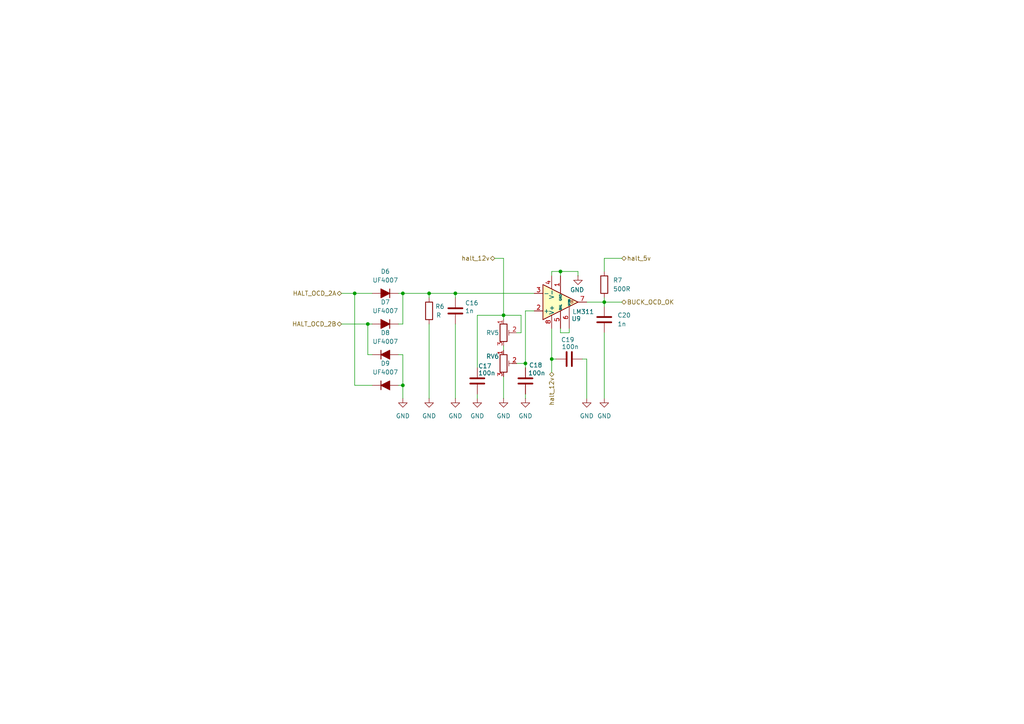
<source format=kicad_sch>
(kicad_sch (version 20250114) (generator "eeschema") (generator_version "9.0")
  (paper "A4")
  (title_block (rev "1.0") (company "Author: 9551 (devvie.cc)"))
  (lib_symbols
    (symbol "Comparator:LM311" (pin_names (offset 0.127))
      (property "Reference" "U" (at 3.81 6.35 0))
      (property "Value" "LM311" (at 3.81 3.81 0))
      (symbol "LM311_0_1"
        (polyline (pts (xy 3.683 -0.381) (xy 3.302 -0.381) (xy 3.683 0) (xy 3.302 0.381) (xy 2.921 0) (xy 3.302 -0.381) (xy 2.921 -0.381)) (stroke (width 0.127)))
        (polyline (pts (xy 5.08 0) (xy -5.08 5.08) (xy -5.08 -5.08) (xy 5.08 0)) (stroke (width 0.254)) (fill (type background)))
      )
      (symbol "LM311_1_1"
        (pin input line (at -7.62 2.54 0) (length 2.54) (name "+") (number "2"))
        (pin input line (at -7.62 -2.54 0) (length 2.54) (name "-") (number "3"))
        (pin power_in line (at -2.54 7.62 270) (length 3.81) (name "V+") (number "8"))
        (pin power_in line (at -2.54 -7.62 90) (length 3.81) (name "V-") (number "4"))
        (pin input line (at 0 7.62 270) (length 5.08) (name "BAL") (number "5"))
        (pin passive line (at 0 -7.62 90) (length 5.08) (name "GND") (number "1"))
        (pin input line (at 2.54 7.62 270) (length 6.35) (name "STRB") (number "6"))
        (pin open_collector line (at 7.62 0 180) (length 2.54) (name "~") (number "7"))
      )
    )
    (symbol "Device:C" (pin_numbers (hide yes)) (pin_names (offset 0.254))
      (property "Reference" "C" (at 0.635 2.54 0))
      (property "Value" "C" (at 0.635 -2.54 0))
      (symbol "C_0_1"
        (polyline (pts (xy -2.032 0.762) (xy 2.032 0.762)) (stroke (width 0.508)))
        (polyline (pts (xy -2.032 -0.762) (xy 2.032 -0.762)) (stroke (width 0.508)))
      )
      (symbol "C_1_1"
        (pin passive line (at 0 3.81 270) (length 2.794) (name "~") (number "1"))
        (pin passive line (at 0 -3.81 90) (length 2.794) (name "~") (number "2"))
      )
    )
    (symbol "Device:R" (pin_numbers (hide yes)) (pin_names (offset 0))
      (property "Reference" "R" (at 2.032 0 90))
      (property "Value" "R" (at 0 0 90))
      (symbol "R_0_1"
        (rectangle (start -1.016 -2.54) (end 1.016 2.54) (stroke (width 0.254)))
      )
      (symbol "R_1_1"
        (pin passive line (at 0 3.81 270) (length 1.27) (name "~") (number "1"))
        (pin passive line (at 0 -3.81 90) (length 1.27) (name "~") (number "2"))
      )
    )
    (symbol "Device:R_Potentiometer_Trim" (pin_names (offset 1.016) (hide yes))
      (property "Reference" "RV" (at -4.445 0 90))
      (property "Value" "R_Potentiometer_Trim" (at -2.54 0 90))
      (symbol "R_Potentiometer_Trim_0_1"
        (rectangle (start 1.016 2.54) (end -1.016 -2.54) (stroke (width 0.254)))
        (polyline (pts (xy 1.524 0.762) (xy 1.524 -0.762)))
        (polyline (pts (xy 2.54 0) (xy 1.524 0)))
      )
      (symbol "R_Potentiometer_Trim_1_1"
        (pin passive line (at 0 3.81 270) (length 1.27) (name "1") (number "1"))
        (pin passive line (at 0 -3.81 90) (length 1.27) (name "3") (number "3"))
        (pin passive line (at 3.81 0 180) (length 1.27) (name "2") (number "2"))
      )
    )
    (symbol "PCM_Diode_AKL:UF4007" (pin_numbers (hide yes)) (pin_names (offset 1.016) (hide yes))
      (property "Reference" "D" (at 0 5.08 0))
      (property "Value" "UF4007" (at 0 2.54 0))
      (symbol "UF4007_0_1"
        (polyline (pts (xy -1.27 1.27) (xy -1.27 -1.27) (xy 1.27 0) (xy -1.27 1.27)) (stroke (width 0.254)) (fill (type outline)))
        (polyline (pts (xy -1.27 0) (xy 1.27 0)))
        (polyline (pts (xy 1.27 1.27) (xy 1.27 -1.27)) (stroke (width 0.254)))
      )
      (symbol "UF4007_0_2"
        (polyline (pts (xy -2.54 -2.54) (xy 2.54 2.54)))
        (polyline (pts (xy -0.889 -0.889) (xy -1.778 0) (xy 0.889 0.889) (xy 0 -1.778) (xy -0.889 -0.889)) (stroke (width 0.254)) (fill (type outline)))
        (polyline (pts (xy 0 1.778) (xy 1.778 0)) (stroke (width 0.254)))
      )
      (symbol "UF4007_1_1"
        (pin passive line (at -3.81 0 0) (length 2.54) (name "A") (number "2"))
        (pin passive line (at 3.81 0 180) (length 2.54) (name "K") (number "1"))
      )
      (symbol "UF4007_1_2"
        (pin passive line (at -2.54 -2.54 0) (length 0) (name "A") (number "2"))
        (pin passive line (at 2.54 2.54 180) (length 0) (name "K") (number "1"))
      )
    )
    (symbol "power:GND" (power) (pin_numbers (hide yes)) (pin_names (offset 0) (hide yes))
      (property "Value" "GND" (at 0 -3.81 0))
      (symbol "GND_0_1"
        (polyline (pts (xy 0 0) (xy 0 -1.27) (xy 1.27 -1.27) (xy 0 -2.54) (xy -1.27 -1.27) (xy 0 -1.27)))
      )
      (symbol "GND_1_1"
        (pin power_in line (at 0 0 270) (length 0) (name "~") (number "1"))
      )
    )
  )
  (junction (at 146.05 91.44))
  (junction (at 152.4 105.41))
  (junction (at 175.26 87.63))
  (junction (at 132.08 85.09))
  (junction (at 116.84 111.76))
  (junction (at 162.56 78.74))
  (junction (at 124.46 85.09))
  (junction (at 160.02 104.14))
  (junction (at 106.68 93.98))
  (junction (at 102.87 85.09))
  (junction (at 116.84 85.09))
  (wire (pts (xy 160.02 78.74) (xy 162.56 78.74)))
  (wire (pts (xy 162.56 78.74) (xy 167.64 78.74)))
  (wire (pts (xy 116.84 85.09) (xy 124.46 85.09)))
  (wire (pts (xy 143.51 74.93) (xy 146.05 74.93)))
  (wire (pts (xy 160.02 80.01) (xy 160.02 78.74)))
  (wire (pts (xy 161.29 104.14) (xy 160.02 104.14)))
  (wire (pts (xy 180.34 74.93) (xy 175.26 74.93)))
  (wire (pts (xy 116.84 93.98) (xy 116.84 85.09)))
  (wire (pts (xy 175.26 96.52) (xy 175.26 115.57)))
  (wire (pts (xy 146.05 100.33) (xy 146.05 101.6)))
  (wire (pts (xy 102.87 85.09) (xy 107.95 85.09)))
  (wire (pts (xy 170.18 104.14) (xy 168.91 104.14)))
  (wire (pts (xy 151.13 96.52) (xy 149.86 96.52)))
  (wire (pts (xy 152.4 105.41) (xy 152.4 106.68)))
  (wire (pts (xy 162.56 96.52) (xy 165.1 96.52)))
  (wire (pts (xy 124.46 85.09) (xy 124.46 86.36)))
  (wire (pts (xy 124.46 85.09) (xy 132.08 85.09)))
  (wire (pts (xy 149.86 105.41) (xy 152.4 105.41)))
  (wire (pts (xy 175.26 87.63) (xy 180.34 87.63)))
  (wire (pts (xy 99.06 93.98) (xy 106.68 93.98)))
  (wire (pts (xy 162.56 96.52) (xy 162.56 95.25)))
  (wire (pts (xy 165.1 96.52) (xy 165.1 95.25)))
  (wire (pts (xy 102.87 111.76) (xy 107.95 111.76)))
  (wire (pts (xy 170.18 115.57) (xy 170.18 104.14)))
  (wire (pts (xy 132.08 93.98) (xy 132.08 115.57)))
  (wire (pts (xy 106.68 93.98) (xy 106.68 102.87)))
  (wire (pts (xy 124.46 93.98) (xy 124.46 115.57)))
  (wire (pts (xy 138.43 114.3) (xy 138.43 115.57)))
  (wire (pts (xy 116.84 85.09) (xy 115.57 85.09)))
  (wire (pts (xy 175.26 74.93) (xy 175.26 78.74)))
  (wire (pts (xy 146.05 109.22) (xy 146.05 115.57)))
  (wire (pts (xy 152.4 105.41) (xy 152.4 90.17)))
  (wire (pts (xy 167.64 80.01) (xy 167.64 78.74)))
  (wire (pts (xy 116.84 102.87) (xy 116.84 111.76)))
  (wire (pts (xy 132.08 85.09) (xy 154.94 85.09)))
  (wire (pts (xy 106.68 93.98) (xy 107.95 93.98)))
  (wire (pts (xy 152.4 90.17) (xy 154.94 90.17)))
  (wire (pts (xy 152.4 114.3) (xy 152.4 115.57)))
  (wire (pts (xy 146.05 74.93) (xy 146.05 91.44)))
  (wire (pts (xy 175.26 87.63) (xy 175.26 88.9)))
  (wire (pts (xy 162.56 78.74) (xy 162.56 80.01)))
  (wire (pts (xy 102.87 85.09) (xy 102.87 111.76)))
  (wire (pts (xy 170.18 87.63) (xy 175.26 87.63)))
  (wire (pts (xy 115.57 102.87) (xy 116.84 102.87)))
  (wire (pts (xy 138.43 91.44) (xy 146.05 91.44)))
  (wire (pts (xy 146.05 91.44) (xy 146.05 92.71)))
  (wire (pts (xy 115.57 111.76) (xy 116.84 111.76)))
  (wire (pts (xy 116.84 111.76) (xy 116.84 115.57)))
  (wire (pts (xy 175.26 86.36) (xy 175.26 87.63)))
  (wire (pts (xy 115.57 93.98) (xy 116.84 93.98)))
  (wire (pts (xy 151.13 91.44) (xy 151.13 96.52)))
  (wire (pts (xy 146.05 91.44) (xy 151.13 91.44)))
  (wire (pts (xy 99.06 85.09) (xy 102.87 85.09)))
  (wire (pts (xy 160.02 104.14) (xy 160.02 107.95)))
  (wire (pts (xy 106.68 102.87) (xy 107.95 102.87)))
  (wire (pts (xy 160.02 95.25) (xy 160.02 104.14)))
  (wire (pts (xy 132.08 85.09) (xy 132.08 86.36)))
  (wire (pts (xy 138.43 106.68) (xy 138.43 91.44)))
  (hierarchical_label "halt_12v" (shape bidirectional) (at 143.51 74.93 180))
  (hierarchical_label "BUCK_OCD_OK" (shape bidirectional) (at 180.34 87.63 0))
  (hierarchical_label "halt_12v" (shape bidirectional) (at 160.02 107.95 270))
  (hierarchical_label "HALT_OCD_2B" (shape bidirectional) (at 99.06 93.98 180))
  (hierarchical_label "HALT_OCD_2A" (shape bidirectional) (at 99.06 85.09 180))
  (hierarchical_label "halt_5v" (shape bidirectional) (at 180.34 74.93 0))
  (symbol (lib_id "Device:R") (at 124.46 90.17 0) (unit 1)
    (property "Reference" "R6" (at 126.238 88.9 0) (effects (justify left)))
    (property "Value" "R" (at 126.492 91.44 0) (effects (justify left)))
    (property "Description" "Resistor" (effects (hide yes)))
  )
  (symbol (lib_id "PCM_Diode_AKL:UF4007") (at 111.76 111.76 180) (unit 1)
    (property "Reference" "D9" (at 111.76 105.41 0))
    (property "Value" "UF4007" (at 111.76 107.95 0))
    (property "Footprint" "PCM_Diode_THT_AKL:D_DO-41_SOD81_P10.16mm_Horizontal" (effects (hide yes)))
    (property "Datasheet" "https://www.tme.eu/Document/21b076f52097b84d01d00a07072ed50d/uf4001.pdf" (effects (hide yes)))
    (property "Description" "DO-41 Diode, Ultrafast Rectifier, 1000V, 1A, 75ns, Alternate KiCad Library" (effects (hide yes)))
  )
  (symbol (lib_id "power:GND") (at 170.18 115.57 0) (unit 1)
    (property "Reference" "#PWR026" (effects (hide yes)))
    (property "Value" "GND" (at 170.18 120.65 0))
    (property "Description" "Power symbol creates a global label with name \"GND\" , ground" (effects (hide yes)))
  )
  (symbol (lib_id "power:GND") (at 146.05 115.57 0) (unit 1)
    (property "Reference" "#PWR023" (effects (hide yes)))
    (property "Value" "GND" (at 146.05 120.65 0))
    (property "Description" "Power symbol creates a global label with name \"GND\" , ground" (effects (hide yes)))
  )
  (symbol (lib_id "power:GND") (at 175.26 115.57 0) (unit 1)
    (property "Reference" "#PWR027" (effects (hide yes)))
    (property "Value" "GND" (at 175.26 120.65 0))
    (property "Description" "Power symbol creates a global label with name \"GND\" , ground" (effects (hide yes)))
  )
  (symbol (lib_id "PCM_Diode_AKL:UF4007") (at 111.76 93.98 0) (unit 1)
    (property "Reference" "D7" (at 111.76 87.63 0))
    (property "Value" "UF4007" (at 111.76 90.17 0))
    (property "Footprint" "PCM_Diode_THT_AKL:D_DO-41_SOD81_P10.16mm_Horizontal" (effects (hide yes)))
    (property "Datasheet" "https://www.tme.eu/Document/21b076f52097b84d01d00a07072ed50d/uf4001.pdf" (effects (hide yes)))
    (property "Description" "DO-41 Diode, Ultrafast Rectifier, 1000V, 1A, 75ns, Alternate KiCad Library" (effects (hide yes)))
  )
  (symbol (lib_id "Device:C") (at 132.08 90.17 0) (unit 1)
    (property "Reference" "C16" (at 134.874 87.884 0) (effects (justify left)))
    (property "Value" "1n" (at 134.874 90.17 0) (effects (justify left)))
    (property "Description" "Unpolarized capacitor" (effects (hide yes)))
  )
  (symbol (lib_id "power:GND") (at 124.46 115.57 0) (unit 1)
    (property "Reference" "#PWR020" (effects (hide yes)))
    (property "Value" "GND" (at 124.46 120.65 0))
    (property "Description" "Power symbol creates a global label with name \"GND\" , ground" (effects (hide yes)))
  )
  (symbol (lib_id "power:GND") (at 152.4 115.57 0) (unit 1)
    (property "Reference" "#PWR024" (effects (hide yes)))
    (property "Value" "GND" (at 152.4 120.65 0))
    (property "Description" "Power symbol creates a global label with name \"GND\" , ground" (effects (hide yes)))
  )
  (symbol (lib_id "power:GND") (at 132.08 115.57 0) (unit 1)
    (property "Reference" "#PWR021" (effects (hide yes)))
    (property "Value" "GND" (at 132.08 120.65 0))
    (property "Description" "Power symbol creates a global label with name \"GND\" , ground" (effects (hide yes)))
  )
  (symbol (lib_id "Device:C") (at 165.1 104.14 90) (unit 1)
    (property "Reference" "C19" (at 166.624 98.552 90) (effects (justify left)))
    (property "Value" "100n" (at 167.894 100.584 90) (effects (justify left)))
    (property "Description" "Unpolarized capacitor" (effects (hide yes)))
  )
  (symbol (lib_id "Device:R") (at 175.26 82.55 0) (unit 1)
    (property "Reference" "R7" (at 177.8 81.2799 0) (effects (justify left)))
    (property "Value" "500R" (at 177.8 83.8199 0) (effects (justify left)))
    (property "Description" "Resistor" (effects (hide yes)))
  )
  (symbol (lib_id "Device:C") (at 152.4 110.49 0) (unit 1)
    (property "Reference" "C18" (at 153.416 105.918 0) (effects (justify left)))
    (property "Value" "100n" (at 153.162 108.204 0) (effects (justify left)))
    (property "Description" "Unpolarized capacitor" (effects (hide yes)))
  )
  (symbol (lib_id "power:GND") (at 167.64 80.01 0) (unit 1)
    (property "Reference" "#PWR025" (effects (hide yes)))
    (property "Value" "GND" (at 167.386 84.074 0))
    (property "Description" "Power symbol creates a global label with name \"GND\" , ground" (effects (hide yes)))
  )
  (symbol (lib_id "Device:C") (at 175.26 92.71 0) (unit 1)
    (property "Reference" "C20" (at 179.07 91.4399 0) (effects (justify left)))
    (property "Value" "1n" (at 179.07 93.9799 0) (effects (justify left)))
    (property "Description" "Unpolarized capacitor" (effects (hide yes)))
  )
  (symbol (lib_id "Device:R_Potentiometer_Trim") (at 146.05 96.52 0) (unit 1)
    (property "Reference" "RV5" (at 144.78 96.52 0) (effects (justify right)))
    (property "Value" "R_Potentiometer_Trim" (effects (hide yes)))
    (property "Description" "Trim-potentiometer" (effects (hide yes)))
  )
  (symbol (lib_id "Comparator:LM311") (at 162.56 87.63 0) (mirror x) (unit 1)
    (property "Reference" "U9" (at 167.132 92.456 0))
    (property "Value" "LM311" (at 169.164 90.424 0))
    (property "Datasheet" "https://www.st.com/resource/en/datasheet/lm311.pdf" (effects (hide yes)))
    (property "Description" "Voltage Comparator, DIP-8/SOIC-8" (effects (hide yes)))
  )
  (symbol (lib_id "Device:R_Potentiometer_Trim") (at 146.05 105.41 0) (unit 1)
    (property "Reference" "RV6" (at 144.78 103.378 0) (effects (justify right)))
    (property "Value" "R_Potentiometer_Trim" (effects (hide yes)))
    (property "Description" "Trim-potentiometer" (effects (hide yes)))
  )
  (symbol (lib_id "PCM_Diode_AKL:UF4007") (at 111.76 102.87 180) (unit 1)
    (property "Reference" "D8" (at 111.76 96.52 0))
    (property "Value" "UF4007" (at 111.76 99.06 0))
    (property "Footprint" "PCM_Diode_THT_AKL:D_DO-41_SOD81_P10.16mm_Horizontal" (effects (hide yes)))
    (property "Datasheet" "https://www.tme.eu/Document/21b076f52097b84d01d00a07072ed50d/uf4001.pdf" (effects (hide yes)))
    (property "Description" "DO-41 Diode, Ultrafast Rectifier, 1000V, 1A, 75ns, Alternate KiCad Library" (effects (hide yes)))
  )
  (symbol (lib_id "power:GND") (at 116.84 115.57 0) (unit 1)
    (property "Reference" "#PWR019" (effects (hide yes)))
    (property "Value" "GND" (at 116.84 120.65 0))
    (property "Description" "Power symbol creates a global label with name \"GND\" , ground" (effects (hide yes)))
  )
  (symbol (lib_id "PCM_Diode_AKL:UF4007") (at 111.76 85.09 0) (unit 1)
    (property "Reference" "D6" (at 111.76 78.74 0))
    (property "Value" "UF4007" (at 111.76 81.28 0))
    (property "Footprint" "PCM_Diode_THT_AKL:D_DO-41_SOD81_P10.16mm_Horizontal" (effects (hide yes)))
    (property "Datasheet" "https://www.tme.eu/Document/21b076f52097b84d01d00a07072ed50d/uf4001.pdf" (effects (hide yes)))
    (property "Description" "DO-41 Diode, Ultrafast Rectifier, 1000V, 1A, 75ns, Alternate KiCad Library" (effects (hide yes)))
  )
  (symbol (lib_id "Device:C") (at 138.43 110.49 0) (unit 1)
    (property "Reference" "C17" (at 138.684 106.172 0) (effects (justify left)))
    (property "Value" "100n" (at 138.684 108.204 0) (effects (justify left)))
    (property "Description" "Unpolarized capacitor" (effects (hide yes)))
  )
  (symbol (lib_id "power:GND") (at 138.43 115.57 0) (unit 1)
    (property "Reference" "#PWR022" (effects (hide yes)))
    (property "Value" "GND" (at 138.43 120.65 0))
    (property "Description" "Power symbol creates a global label with name \"GND\" , ground" (effects (hide yes)))
  )
)
</source>
